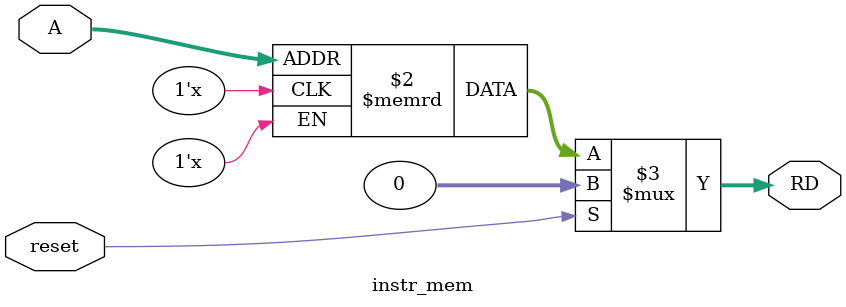
<source format=v>
module instr_mem (
     input [31:0] A,
     input reset ,
     output [31:0] RD
);
reg [31:0] mem [1023:0];

assign RD=(reset==1'b1)?32'h00000000: mem[A];
     
endmodule
</source>
